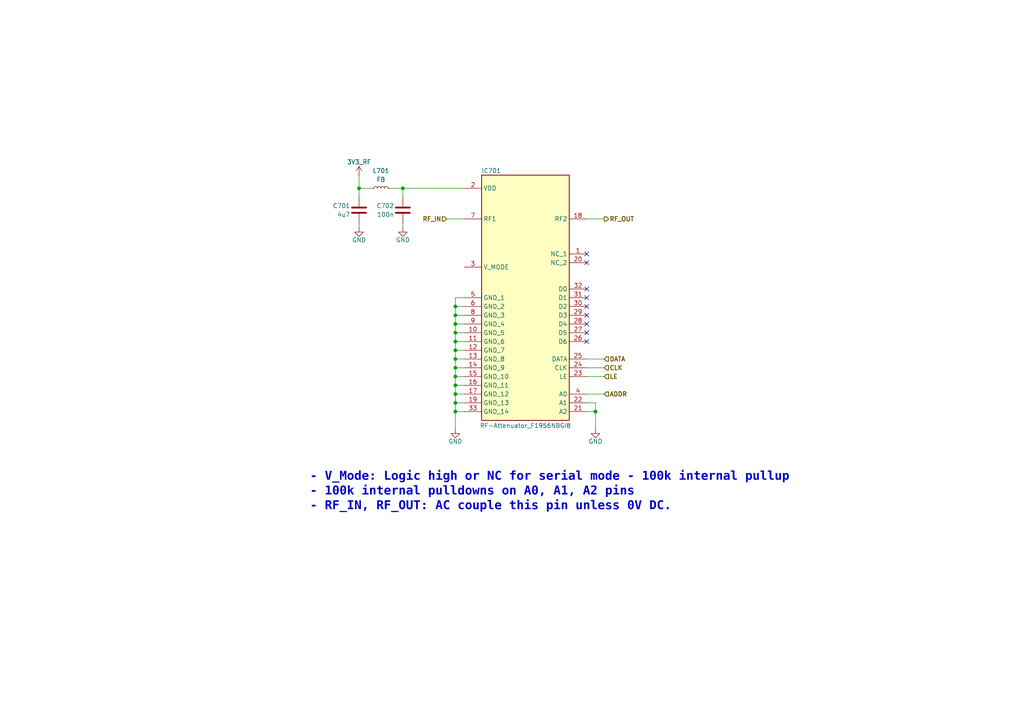
<source format=kicad_sch>
(kicad_sch (version 20231120) (generator "eeschema") (generator_version "8.0")
  (paper "A4")
  (title_block (title "RFE") (date "2024-06-01") (rev "A1") (company "LibreCellular Project - https://librecellular.org/") (comment 1 "Drawn: OK") (comment 2 "Checked: x"))
  (lib_symbols
    (symbol "Device:C" (pin_numbers hide) (pin_names (offset 0.254))
      (property "Reference" "C" (at 0.635 2.54 0))
      (property "Value" "C" (at 0.635 -2.54 0))
      (symbol "C_0_1"
        (polyline (pts (xy -2.032 -0.762) (xy 2.032 -0.762)) (stroke (width 0.508)))
        (polyline (pts (xy -2.032 0.762) (xy 2.032 0.762)) (stroke (width 0.508)))
      )
      (symbol "C_1_1"
        (pin passive line (at 0 3.81 270) (length 2.794) (name "~") (number "1"))
        (pin passive line (at 0 -3.81 90) (length 2.794) (name "~") (number "2"))
      )
    )
    (symbol "Device:L_Small" (pin_numbers hide) (pin_names (offset 0.254) hide)
      (property "Reference" "L" (at 0.762 1.016 0))
      (property "Value" "L_Small" (at 0.762 -1.016 0))
      (symbol "L_Small_0_1"
        (arc (start 0 -2.032) (mid 0.5058 -1.524) (end 0 -1.016))
        (arc (start 0 -1.016) (mid 0.5058 -0.508) (end 0 0))
        (arc (start 0 0) (mid 0.5058 0.508) (end 0 1.016))
        (arc (start 0 1.016) (mid 0.5058 1.524) (end 0 2.032))
      )
      (symbol "L_Small_1_1"
        (pin passive line (at 0 2.54 270) (length 0.508) (name "~") (number "1"))
        (pin passive line (at 0 -2.54 90) (length 0.508) (name "~") (number "2"))
      )
    )
    (symbol "LC_RFE:RF-Attenuator_F1956NBGI8"
      (property "Reference" "IC" (at -12.954 37.592 0))
      (property "Value" "RF-Attenuator_F1956NBGI8" (at 0 -36.322 0))
      (symbol "RF-Attenuator_F1956NBGI8_1_1"
        (rectangle (start -12.7 35.56) (end 12.7 -35.56) (stroke (width 0.254)) (fill (type background)))
        (pin passive line (at 17.78 12.7 180) (length 5.08) (name "NC_1") (number "1"))
        (pin passive line (at -17.78 -10.16 0) (length 5.08) (name "GND_5") (number "10"))
        (pin passive line (at -17.78 -12.7 0) (length 5.08) (name "GND_6") (number "11"))
        (pin passive line (at -17.78 -15.24 0) (length 5.08) (name "GND_7") (number "12"))
        (pin passive line (at -17.78 -17.78 0) (length 5.08) (name "GND_8") (number "13"))
        (pin passive line (at -17.78 -20.32 0) (length 5.08) (name "GND_9") (number "14"))
        (pin passive line (at -17.78 -22.86 0) (length 5.08) (name "GND_10") (number "15"))
        (pin passive line (at -17.78 -25.4 0) (length 5.08) (name "GND_11") (number "16"))
        (pin passive line (at -17.78 -27.94 0) (length 5.08) (name "GND_12") (number "17"))
        (pin passive line (at 17.78 22.86 180) (length 5.08) (name "RF2") (number "18"))
        (pin passive line (at -17.78 -30.48 0) (length 5.08) (name "GND_13") (number "19"))
        (pin passive line (at -17.78 31.75 0) (length 5.08) (name "VDD") (number "2"))
        (pin passive line (at 17.78 10.16 180) (length 5.08) (name "NC_2") (number "20"))
        (pin passive line (at 17.78 -33.02 180) (length 5.08) (name "A2") (number "21"))
        (pin passive line (at 17.78 -30.48 180) (length 5.08) (name "A1") (number "22"))
        (pin passive line (at 17.78 -22.86 180) (length 5.08) (name "LE") (number "23"))
        (pin passive line (at 17.78 -20.32 180) (length 5.08) (name "CLK") (number "24"))
        (pin passive line (at 17.78 -17.78 180) (length 5.08) (name "DATA") (number "25"))
        (pin passive line (at 17.78 -12.7 180) (length 5.08) (name "D6") (number "26"))
        (pin passive line (at 17.78 -10.16 180) (length 5.08) (name "D5") (number "27"))
        (pin passive line (at 17.78 -7.62 180) (length 5.08) (name "D4") (number "28"))
        (pin passive line (at 17.78 -5.08 180) (length 5.08) (name "D3") (number "29"))
        (pin passive line (at -17.78 8.89 0) (length 5.08) (name "V_MODE") (number "3"))
        (pin passive line (at 17.78 -2.54 180) (length 5.08) (name "D2") (number "30"))
        (pin passive line (at 17.78 0 180) (length 5.08) (name "D1") (number "31"))
        (pin passive line (at 17.78 2.54 180) (length 5.08) (name "D0") (number "32"))
        (pin passive line (at -17.78 -33.02 0) (length 5.08) (name "GND_14") (number "33"))
        (pin passive line (at 17.78 -27.94 180) (length 5.08) (name "A0") (number "4"))
        (pin passive line (at -17.78 0 0) (length 5.08) (name "GND_1") (number "5"))
        (pin passive line (at -17.78 -2.54 0) (length 5.08) (name "GND_2") (number "6"))
        (pin passive line (at -17.78 22.86 0) (length 5.08) (name "RF1") (number "7"))
        (pin passive line (at -17.78 -5.08 0) (length 5.08) (name "GND_3") (number "8"))
        (pin passive line (at -17.78 -7.62 0) (length 5.08) (name "GND_4") (number "9"))
      )
    )
    (symbol "power:+3.3VA" (power) (pin_numbers hide) (pin_names (offset 0) hide)
      (property "Value" "+3.3VA" (at 0 3.556 0))
      (symbol "+3.3VA_0_1"
        (polyline (pts (xy -0.762 1.27) (xy 0 2.54)))
        (polyline (pts (xy 0 0) (xy 0 2.54)))
        (polyline (pts (xy 0 2.54) (xy 0.762 1.27)))
      )
      (symbol "+3.3VA_1_1"
        (pin power_in line (at 0 0 90) (length 0) (name "~") (number "1"))
      )
    )
    (symbol "power:GND" (power) (pin_numbers hide) (pin_names (offset 0) hide)
      (property "Value" "GND" (at 0 -3.81 0))
      (symbol "GND_0_1"
        (polyline (pts (xy 0 0) (xy 0 -1.27) (xy 1.27 -1.27) (xy 0 -2.54) (xy -1.27 -1.27) (xy 0 -1.27)))
      )
      (symbol "GND_1_1"
        (pin power_in line (at 0 0 270) (length 0) (name "~") (number "1"))
      )
    )
  )
  (junction (at 172.72 119.38))
  (junction (at 132.08 93.98))
  (junction (at 132.08 114.3))
  (junction (at 104.14 54.61))
  (junction (at 132.08 104.14))
  (junction (at 132.08 101.6))
  (junction (at 132.08 119.38))
  (junction (at 132.08 109.22))
  (junction (at 132.08 106.68))
  (junction (at 132.08 111.76))
  (junction (at 132.08 99.06))
  (junction (at 132.08 116.84))
  (junction (at 132.08 96.52))
  (junction (at 132.08 88.9))
  (junction (at 116.84 54.61))
  (junction (at 132.08 91.44))
  (no_connect (at 170.18 76.2))
  (no_connect (at 170.18 73.66))
  (no_connect (at 170.18 96.52))
  (no_connect (at 170.18 86.36))
  (no_connect (at 170.18 93.98))
  (no_connect (at 170.18 99.06))
  (no_connect (at 170.18 83.82))
  (no_connect (at 170.18 88.9))
  (no_connect (at 170.18 91.44))
  (wire (pts (xy 175.26 104.14) (xy 170.18 104.14)))
  (wire (pts (xy 132.08 109.22) (xy 132.08 111.76)))
  (wire (pts (xy 175.26 63.5) (xy 170.18 63.5)))
  (wire (pts (xy 134.62 86.36) (xy 132.08 86.36)))
  (wire (pts (xy 175.26 106.68) (xy 170.18 106.68)))
  (wire (pts (xy 132.08 99.06) (xy 132.08 101.6)))
  (wire (pts (xy 129.54 63.5) (xy 134.62 63.5)))
  (wire (pts (xy 132.08 106.68) (xy 134.62 106.68)))
  (wire (pts (xy 132.08 93.98) (xy 132.08 96.52)))
  (wire (pts (xy 175.26 109.22) (xy 170.18 109.22)))
  (wire (pts (xy 132.08 88.9) (xy 134.62 88.9)))
  (wire (pts (xy 170.18 116.84) (xy 172.72 116.84)))
  (wire (pts (xy 132.08 96.52) (xy 132.08 99.06)))
  (wire (pts (xy 104.14 50.8) (xy 104.14 54.61)))
  (wire (pts (xy 113.03 54.61) (xy 116.84 54.61)))
  (wire (pts (xy 132.08 111.76) (xy 134.62 111.76)))
  (wire (pts (xy 132.08 91.44) (xy 132.08 93.98)))
  (wire (pts (xy 132.08 116.84) (xy 134.62 116.84)))
  (wire (pts (xy 132.08 119.38) (xy 132.08 124.46)))
  (wire (pts (xy 132.08 96.52) (xy 134.62 96.52)))
  (wire (pts (xy 132.08 91.44) (xy 134.62 91.44)))
  (wire (pts (xy 116.84 66.04) (xy 116.84 64.77)))
  (wire (pts (xy 132.08 101.6) (xy 132.08 104.14)))
  (wire (pts (xy 132.08 88.9) (xy 132.08 91.44)))
  (wire (pts (xy 132.08 104.14) (xy 134.62 104.14)))
  (wire (pts (xy 132.08 101.6) (xy 134.62 101.6)))
  (wire (pts (xy 172.72 116.84) (xy 172.72 119.38)))
  (wire (pts (xy 132.08 114.3) (xy 132.08 116.84)))
  (wire (pts (xy 132.08 106.68) (xy 132.08 109.22)))
  (wire (pts (xy 116.84 54.61) (xy 134.62 54.61)))
  (wire (pts (xy 175.26 114.3) (xy 170.18 114.3)))
  (wire (pts (xy 132.08 111.76) (xy 132.08 114.3)))
  (wire (pts (xy 132.08 99.06) (xy 134.62 99.06)))
  (wire (pts (xy 104.14 54.61) (xy 104.14 57.15)))
  (wire (pts (xy 104.14 66.04) (xy 104.14 64.77)))
  (wire (pts (xy 104.14 54.61) (xy 107.95 54.61)))
  (wire (pts (xy 172.72 119.38) (xy 172.72 124.46)))
  (wire (pts (xy 116.84 54.61) (xy 116.84 57.15)))
  (wire (pts (xy 132.08 119.38) (xy 134.62 119.38)))
  (wire (pts (xy 132.08 86.36) (xy 132.08 88.9)))
  (wire (pts (xy 170.18 119.38) (xy 172.72 119.38)))
  (wire (pts (xy 132.08 93.98) (xy 134.62 93.98)))
  (wire (pts (xy 132.08 114.3) (xy 134.62 114.3)))
  (wire (pts (xy 132.08 116.84) (xy 132.08 119.38)))
  (wire (pts (xy 132.08 109.22) (xy 134.62 109.22)))
  (wire (pts (xy 132.08 104.14) (xy 132.08 106.68)))
  (text "- V_Mode: Logic high or NC for serial mode - 100k internal pullup\n- 100k internal pulldowns on A0, A1, A2 pins\n- RF_IN, RF_OUT: AC couple this pin unless 0V DC." (at 89.916 143.256 0) (effects (font (size 2.54 2.54) (thickness 0.4064) (bold yes)) (justify left)))
  (hierarchical_label "RF_IN" (shape input) (at 129.54 63.5 180) (effects (font (bold yes))))
  (hierarchical_label "RF_OUT" (shape output) (at 175.26 63.5 0) (effects (font (bold yes))))
  (hierarchical_label "DATA" (shape input) (at 175.26 104.14 0) (effects (font (bold yes))))
  (hierarchical_label "CLK" (shape input) (at 175.26 106.68 0) (effects (font (bold yes))))
  (hierarchical_label "LE" (shape input) (at 175.26 109.22 0) (effects (font (bold yes))))
  (hierarchical_label "ADDR" (shape input) (at 175.26 114.3 0) (effects (font (bold yes))))
  (symbol (lib_id "Device:C") (at 116.84 60.96 0) (mirror y) (unit 1)
    (property "Reference" "C702" (at 114.3 59.69 0) (effects (justify left)))
    (property "Value" "100n" (at 114.3 62.23 0) (effects (justify left)))
    (property "Footprint" "Capacitor_SMD:C_0402_1005Metric" (effects (hide yes)))
    (property "Description" "Unpolarized capacitor" (effects (hide yes)))
    (property "JLCASSY" "C307331" (effects (hide yes)))
    (instances (project "LC_RFE-RevA1" (path "" (reference "C702") (unit 1)) (path "" (reference "C802") (unit 1))))
  )
  (symbol (lib_id "power:GND") (at 116.84 66.04 0) (unit 1)
    (property "Reference" "#PWR0703" (effects (hide yes)))
    (property "Value" "GND" (at 116.84 69.596 0))
    (property "Description" "Power symbol creates a global label with name \"GND\" , ground" (effects (hide yes)))
    (instances (project "LC_RFE-RevA1" (path "" (reference "#PWR0703") (unit 1)) (path "" (reference "#PWR0803") (unit 1))))
  )
  (symbol (lib_id "power:GND") (at 132.08 124.46 0) (unit 1)
    (property "Reference" "#PWR0705" (effects (hide yes)))
    (property "Value" "GND" (at 132.08 128.016 0))
    (property "Description" "Power symbol creates a global label with name \"GND\" , ground" (effects (hide yes)))
    (instances (project "LC_RFE-RevA1" (path "" (reference "#PWR0705") (unit 1)) (path "" (reference "#PWR0805") (unit 1))))
  )
  (symbol (lib_id "Device:L_Small") (at 110.49 54.61 90) (unit 1)
    (property "Reference" "L701" (at 110.49 49.53 90))
    (property "Value" "FB" (at 110.49 52.07 90))
    (property "Footprint" "Inductor_SMD:L_0402_1005Metric" (effects (hide yes)))
    (property "Description" "Inductor, small symbol" (effects (hide yes)))
    (property "JLCASSY" "C491491" (effects (hide yes)))
    (instances (project "LC_RFE-RevA1" (path "" (reference "L701") (unit 1)) (path "" (reference "L801") (unit 1))))
  )
  (symbol (lib_id "LC_RFE:RF-Attenuator_F1956NBGI8") (at 152.4 86.36 0) (unit 1)
    (property "Reference" "IC701" (at 142.494 49.53 0))
    (property "Value" "RF-Attenuator_F1956NBGI8" (at 152.4 123.444 0))
    (property "Footprint" "LC_RFE:QFN50P500X500X80-33N-D" (effects (hide yes)))
    (property "Datasheet" "https://www.idt.com/document/dst/f1956-datasheet-rev02" (effects (hide yes)))
    (property "Description" "The F1956 is part of a family of Glitch-Free DSAs which offers very high reliability due to its monolithic silicon die construction in a compact 5 x 5 mm 32-pin TQFN package. It has very low insertion loss is with minimal distortion and is designed with a 50 input and output impedance. Additionally, the device is designed to have high accurate which improves SNR and/or ACLR by ensuring the system gain is achieved as close to targeted as possible." (effects (hide yes)))
    (property "Height" "0.8" (effects (hide yes)))
    (property "Manufacturer_Name" "Renesas Electronics" (effects (hide yes)))
    (property "Manufacturer_Part_Number" "F1956NBGI8" (effects (hide yes)))
    (property "Mouser Part Number" "972-F1956NBGI8" (effects (hide yes)))
    (property "Mouser Price/Stock" "https://www.mouser.com/Search/Refine.aspx?Keyword=972-F1956NBGI8" (effects (hide yes)))
    (property "JLCASSY" "C1511898" (effects (hide yes)))
    (instances (project "LC_RFE-RevA1" (path "" (reference "IC701") (unit 1)) (path "" (reference "IC801") (unit 1))))
  )
  (symbol (lib_id "Device:C") (at 104.14 60.96 0) (mirror y) (unit 1)
    (property "Reference" "C701" (at 101.6 59.69 0) (effects (justify left)))
    (property "Value" "4u7" (at 101.6 62.23 0) (effects (justify left)))
    (property "Footprint" "Capacitor_SMD:C_0402_1005Metric" (effects (hide yes)))
    (property "Description" "Unpolarized capacitor" (effects (hide yes)))
    (property "JLCASSY" "C23733" (effects (hide yes)))
    (instances (project "LC_RFE-RevA1" (path "" (reference "C701") (unit 1)) (path "" (reference "C801") (unit 1))))
  )
  (symbol (lib_id "power:+3.3VA") (at 104.14 50.8 0) (unit 1)
    (property "Reference" "#PWR0701" (effects (hide yes)))
    (property "Value" "3V3_RF" (at 104.14 46.99 0))
    (property "Description" "Power symbol creates a global label with name \"+3.3VA\"" (effects (hide yes)))
    (instances (project "LC_RFE-RevA1" (path "" (reference "#PWR0701") (unit 1)) (path "" (reference "#PWR0801") (unit 1))))
  )
  (symbol (lib_id "power:GND") (at 104.14 66.04 0) (unit 1)
    (property "Reference" "#PWR0702" (effects (hide yes)))
    (property "Value" "GND" (at 104.14 69.596 0))
    (property "Description" "Power symbol creates a global label with name \"GND\" , ground" (effects (hide yes)))
    (instances (project "LC_RFE-RevA1" (path "" (reference "#PWR0702") (unit 1)) (path "" (reference "#PWR0802") (unit 1))))
  )
  (symbol (lib_id "power:GND") (at 172.72 124.46 0) (unit 1)
    (property "Reference" "#PWR0706" (effects (hide yes)))
    (property "Value" "GND" (at 172.72 128.016 0))
    (property "Description" "Power symbol creates a global label with name \"GND\" , ground" (effects (hide yes)))
    (instances (project "LC_RFE-RevA1" (path "" (reference "#PWR0706") (unit 1)) (path "" (reference "#PWR0806") (unit 1))))
  )
)
</source>
